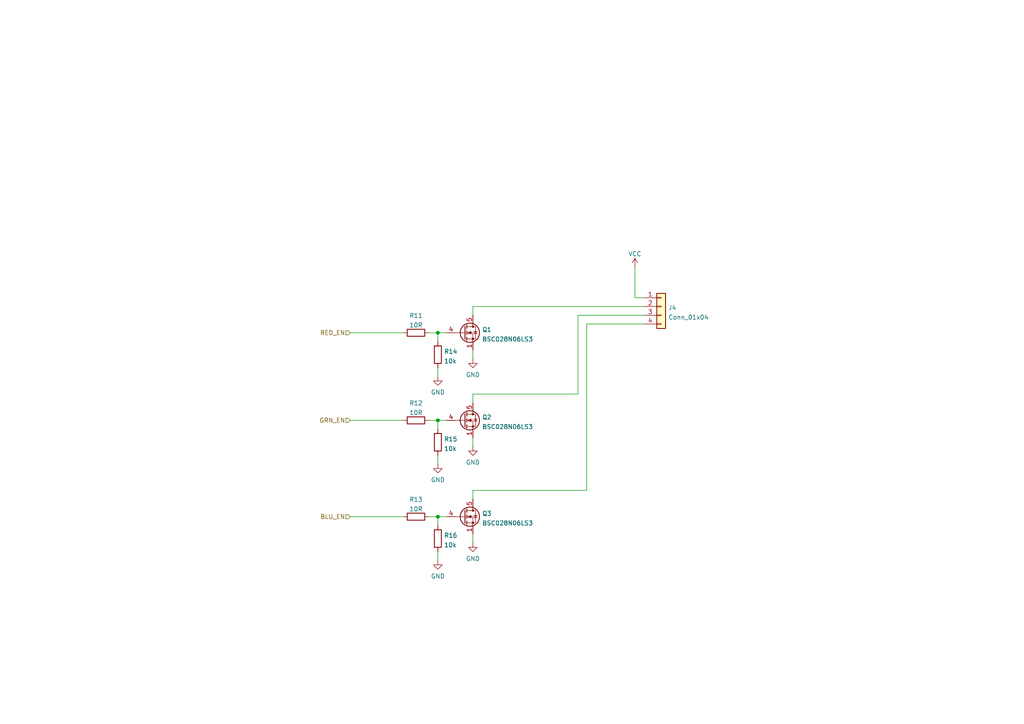
<source format=kicad_sch>
(kicad_sch (version 20211123) (generator eeschema)
  (paper "A4")
  (lib_symbols
    (symbol "Connector_Generic:Conn_01x04" (pin_names (offset 1.016) hide)
      (property "Reference" "J" (at 0 5.08 0))
      (property "Value" "Conn_01x04" (at 0 -7.62 0))
      (symbol "Conn_01x04_1_1"
        (rectangle (start -1.27 -4.953) (end 0 -5.207) (stroke (width 0.1524)))
        (rectangle (start -1.27 -2.413) (end 0 -2.667) (stroke (width 0.1524)))
        (rectangle (start -1.27 0.127) (end 0 -0.127) (stroke (width 0.1524)))
        (rectangle (start -1.27 2.667) (end 0 2.413) (stroke (width 0.1524)))
        (rectangle (start -1.27 3.81) (end 1.27 -6.35) (stroke (width 0.254)) (fill (type background)))
        (pin passive line (at -5.08 2.54 0) (length 3.81) (name "Pin_1") (number "1"))
        (pin passive line (at -5.08 0 0) (length 3.81) (name "Pin_2") (number "2"))
        (pin passive line (at -5.08 -2.54 0) (length 3.81) (name "Pin_3") (number "3"))
        (pin passive line (at -5.08 -5.08 0) (length 3.81) (name "Pin_4") (number "4"))
      )
    )
    (symbol "Device:R" (pin_numbers hide) (pin_names (offset 0))
      (property "Reference" "R" (at 2.032 0 90))
      (property "Value" "R" (at 0 0 90))
      (symbol "R_0_1"
        (rectangle (start -1.016 -2.54) (end 1.016 2.54) (stroke (width 0.254)))
      )
      (symbol "R_1_1"
        (pin passive line (at 0 3.81 270) (length 1.27) (name "~") (number "1"))
        (pin passive line (at 0 -3.81 90) (length 1.27) (name "~") (number "2"))
      )
    )
    (symbol "Transistor_FET:BSC028N06LS3" (pin_names hide)
      (property "Reference" "Q" (at 5.08 1.905 0))
      (property "Value" "BSC028N06LS3" (at 5.08 0 0))
      (symbol "BSC028N06LS3_0_1"
        (polyline (pts (xy 0.254 0) (xy -2.54 0)))
        (polyline (pts (xy 0.254 1.905) (xy 0.254 -1.905)) (stroke (width 0.254)))
        (polyline (pts (xy 0.762 -1.27) (xy 0.762 -2.286)) (stroke (width 0.254)))
        (polyline (pts (xy 0.762 0.508) (xy 0.762 -0.508)) (stroke (width 0.254)))
        (polyline (pts (xy 0.762 2.286) (xy 0.762 1.27)) (stroke (width 0.254)))
        (polyline (pts (xy 2.54 2.54) (xy 2.54 1.778)))
        (polyline (pts (xy 2.54 -2.54) (xy 2.54 0) (xy 0.762 0)))
        (polyline (pts (xy 0.762 -1.778) (xy 3.302 -1.778) (xy 3.302 1.778) (xy 0.762 1.778)))
        (polyline (pts (xy 1.016 0) (xy 2.032 0.381) (xy 2.032 -0.381) (xy 1.016 0)) (fill (type outline)))
        (polyline (pts (xy 2.794 0.508) (xy 2.921 0.381) (xy 3.683 0.381) (xy 3.81 0.254)))
        (polyline (pts (xy 3.302 0.381) (xy 2.921 -0.254) (xy 3.683 -0.254) (xy 3.302 0.381)))
        (circle (center 1.651 0) (radius 2.794) (stroke (width 0.254)))
        (circle (center 2.54 -1.778) (radius 0.254) (fill (type outline)))
        (circle (center 2.54 1.778) (radius 0.254) (fill (type outline)))
      )
      (symbol "BSC028N06LS3_1_1"
        (pin passive line (at 2.54 -5.08 90) (length 2.54) (name "S") (number "1"))
        (pin passive line (at 2.54 -5.08 90) (length 2.54) hide (name "S") (number "2"))
        (pin passive line (at 2.54 -5.08 90) (length 2.54) hide (name "S") (number "3"))
        (pin passive line (at -5.08 0 0) (length 2.54) (name "G") (number "4"))
        (pin passive line (at 2.54 5.08 270) (length 2.54) (name "D") (number "5"))
      )
    )
    (symbol "power:GND" (power) (pin_names (offset 0))
      (property "Value" "GND" (at 0 -3.81 0))
      (symbol "GND_0_1"
        (polyline (pts (xy 0 0) (xy 0 -1.27) (xy 1.27 -1.27) (xy 0 -2.54) (xy -1.27 -1.27) (xy 0 -1.27)))
      )
      (symbol "GND_1_1"
        (pin power_in line (at 0 0 270) (length 0) hide (name "GND") (number "1"))
      )
    )
    (symbol "power:VCC" (power) (pin_names (offset 0))
      (property "Value" "VCC" (at 0 3.81 0))
      (symbol "VCC_0_1"
        (polyline (pts (xy -0.762 1.27) (xy 0 2.54)))
        (polyline (pts (xy 0 0) (xy 0 2.54)))
        (polyline (pts (xy 0 2.54) (xy 0.762 1.27)))
      )
      (symbol "VCC_1_1"
        (pin power_in line (at 0 0 90) (length 0) hide (name "VCC") (number "1"))
      )
    )
  )
  (junction (at 127 149.86))
  (junction (at 127 121.92))
  (junction (at 127 96.52))
  (wire (pts (xy 167.64 91.44) (xy 186.69 91.44)))
  (wire (pts (xy 137.16 144.78) (xy 137.16 142.24)))
  (wire (pts (xy 127 96.52) (xy 129.54 96.52)))
  (wire (pts (xy 101.6 96.52) (xy 116.84 96.52)))
  (wire (pts (xy 127 121.92) (xy 129.54 121.92)))
  (wire (pts (xy 167.64 114.3) (xy 167.64 91.44)))
  (wire (pts (xy 101.6 121.92) (xy 116.84 121.92)))
  (wire (pts (xy 124.46 149.86) (xy 127 149.86)))
  (wire (pts (xy 137.16 101.6) (xy 137.16 104.14)))
  (wire (pts (xy 137.16 154.94) (xy 137.16 157.48)))
  (wire (pts (xy 137.16 116.84) (xy 137.16 114.3)))
  (wire (pts (xy 127 121.92) (xy 127 124.46)))
  (wire (pts (xy 101.6 149.86) (xy 116.84 149.86)))
  (wire (pts (xy 127 149.86) (xy 129.54 149.86)))
  (wire (pts (xy 137.16 114.3) (xy 167.64 114.3)))
  (wire (pts (xy 170.18 93.98) (xy 186.69 93.98)))
  (wire (pts (xy 127 149.86) (xy 127 152.4)))
  (wire (pts (xy 127 160.02) (xy 127 162.56)))
  (wire (pts (xy 137.16 127) (xy 137.16 129.54)))
  (wire (pts (xy 127 132.08) (xy 127 134.62)))
  (wire (pts (xy 137.16 91.44) (xy 137.16 88.9)))
  (wire (pts (xy 127 96.52) (xy 127 99.06)))
  (wire (pts (xy 170.18 142.24) (xy 170.18 93.98)))
  (wire (pts (xy 127 106.68) (xy 127 109.22)))
  (wire (pts (xy 184.15 77.47) (xy 184.15 86.36)))
  (wire (pts (xy 137.16 88.9) (xy 186.69 88.9)))
  (wire (pts (xy 186.69 86.36) (xy 184.15 86.36)))
  (wire (pts (xy 124.46 121.92) (xy 127 121.92)))
  (wire (pts (xy 137.16 142.24) (xy 170.18 142.24)))
  (wire (pts (xy 124.46 96.52) (xy 127 96.52)))
  (hierarchical_label "BLU_EN" (shape input) (at 101.6 149.86 180))
  (hierarchical_label "RED_EN" (shape input) (at 101.6 96.52 180))
  (hierarchical_label "GRN_EN" (shape input) (at 101.6 121.92 180))
  (symbol (lib_id "power:GND") (at 137.16 129.54 0)
    (property "Reference" "#PWR025" (effects hide))
    (property "Value" "GND" (at 137.16 134.1025 0))
  )
  (symbol (lib_id "Transistor_FET:BSC028N06LS3") (at 134.62 121.92 0)
    (property "Reference" "Q2" (at 139.827 121.0115 0) (effects (justify left)))
    (property "Value" "BSC028N06LS3" (at 139.827 123.7866 0) (effects (justify left)))
    (property "Footprint" "Package_TO_SOT_SMD:TDSON-8-1" (effects hide))
    (property "Datasheet" "http://www.infineon.com/dgdl/Infineon-BSC028N06LS3-DS-v02_02-en.pdf?fileId=db3a30431ddc9372011ebafa4c607f8c" (effects hide))
  )
  (symbol (lib_id "Transistor_FET:BSC028N06LS3") (at 134.62 96.52 0)
    (property "Reference" "Q1" (at 139.827 95.6115 0) (effects (justify left)))
    (property "Value" "BSC028N06LS3" (at 139.827 98.3866 0) (effects (justify left)))
    (property "Footprint" "Package_TO_SOT_SMD:TDSON-8-1" (effects hide))
    (property "Datasheet" "http://www.infineon.com/dgdl/Infineon-BSC028N06LS3-DS-v02_02-en.pdf?fileId=db3a30431ddc9372011ebafa4c607f8c" (effects hide))
  )
  (symbol (lib_id "power:GND") (at 127 134.62 0)
    (property "Reference" "#PWR022" (effects hide))
    (property "Value" "GND" (at 127 139.1825 0))
  )
  (symbol (lib_id "power:VCC") (at 184.15 77.47 0)
    (property "Reference" "#PWR0105" (effects hide))
    (property "Value" "VCC" (at 184.15 73.66 0))
  )
  (symbol (lib_id "Device:R") (at 120.65 149.86 90)
    (property "Reference" "R13" (at 120.65 144.8775 90))
    (property "Value" "10R" (at 120.65 147.6526 90))
    (property "Footprint" "Resistor_SMD:R_0402_1005Metric" (effects hide))
    (property "LCSC" "C25077" (effects hide))
  )
  (symbol (lib_id "Device:R") (at 127 156.21 0)
    (property "Reference" "R16" (at 128.778 155.3015 0) (effects (justify left)))
    (property "Value" "10k" (at 128.778 158.0766 0) (effects (justify left)))
    (property "Footprint" "Resistor_SMD:R_0402_1005Metric" (effects hide))
    (property "LCSC" "C25744" (effects hide))
  )
  (symbol (lib_id "power:GND") (at 137.16 104.14 0)
    (property "Reference" "#PWR024" (effects hide))
    (property "Value" "GND" (at 137.16 108.7025 0))
  )
  (symbol (lib_id "Device:R") (at 127 102.87 0)
    (property "Reference" "R14" (at 128.778 101.9615 0) (effects (justify left)))
    (property "Value" "10k" (at 128.778 104.7366 0) (effects (justify left)))
    (property "Footprint" "Resistor_SMD:R_0402_1005Metric" (effects hide))
    (property "LCSC" "C25744" (effects hide))
  )
  (symbol (lib_id "power:GND") (at 137.16 157.48 0)
    (property "Reference" "#PWR026" (effects hide))
    (property "Value" "GND" (at 137.16 162.0425 0))
  )
  (symbol (lib_id "Connector_Generic:Conn_01x04") (at 191.77 88.9 0)
    (property "Reference" "J4" (at 193.802 89.2615 0) (effects (justify left)))
    (property "Value" "Conn_01x04" (at 193.802 92.0366 0) (effects (justify left)))
    (property "Footprint" "Connector_Phoenix_MSTB:PhoenixContact_MSTBA_2,5_4-G-5,08_1x04_P5.08mm_Horizontal" (effects hide))
  )
  (symbol (lib_id "Device:R") (at 120.65 121.92 90)
    (property "Reference" "R12" (at 120.65 116.9375 90))
    (property "Value" "10R" (at 120.65 119.7126 90))
    (property "Footprint" "Resistor_SMD:R_0402_1005Metric" (effects hide))
    (property "LCSC" "C25077" (effects hide))
  )
  (symbol (lib_id "Device:R") (at 127 128.27 0)
    (property "Reference" "R15" (at 128.778 127.3615 0) (effects (justify left)))
    (property "Value" "10k" (at 128.778 130.1366 0) (effects (justify left)))
    (property "Footprint" "Resistor_SMD:R_0402_1005Metric" (effects hide))
    (property "LCSC" "C25744" (effects hide))
  )
  (symbol (lib_id "Device:R") (at 120.65 96.52 90)
    (property "Reference" "R11" (at 120.65 91.5375 90))
    (property "Value" "10R" (at 120.65 94.3126 90))
    (property "Footprint" "Resistor_SMD:R_0402_1005Metric" (effects hide))
    (property "LCSC" "C25077" (effects hide))
  )
  (symbol (lib_id "power:GND") (at 127 162.56 0)
    (property "Reference" "#PWR023" (effects hide))
    (property "Value" "GND" (at 127 167.1225 0))
  )
  (symbol (lib_id "Transistor_FET:BSC028N06LS3") (at 134.62 149.86 0)
    (property "Reference" "Q3" (at 139.827 148.9515 0) (effects (justify left)))
    (property "Value" "BSC028N06LS3" (at 139.827 151.7266 0) (effects (justify left)))
    (property "Footprint" "Package_TO_SOT_SMD:TDSON-8-1" (effects hide))
    (property "Datasheet" "http://www.infineon.com/dgdl/Infineon-BSC028N06LS3-DS-v02_02-en.pdf?fileId=db3a30431ddc9372011ebafa4c607f8c" (effects hide))
  )
  (symbol (lib_id "power:GND") (at 127 109.22 0)
    (property "Reference" "#PWR021" (effects hide))
    (property "Value" "GND" (at 127 113.7825 0))
  )
)
</source>
